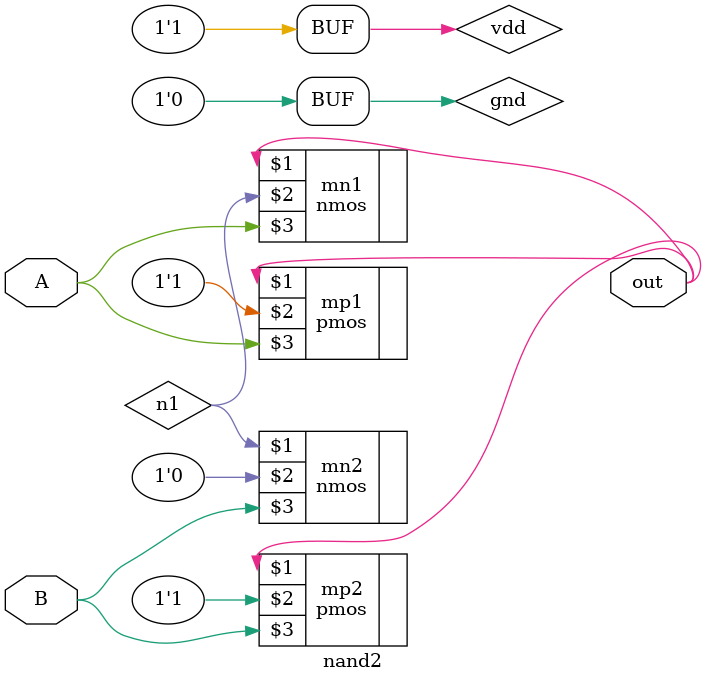
<source format=v>
module nand2(
    input A,
    input B,
    output out
    );

supply1 vdd;
supply0 gnd;

pmos mp1(out, vdd, A);
pmos mp2(out, vdd, B);

nmos mn1(out, n1, A);
nmos mn2(n1, gnd, B);

endmodule
</source>
